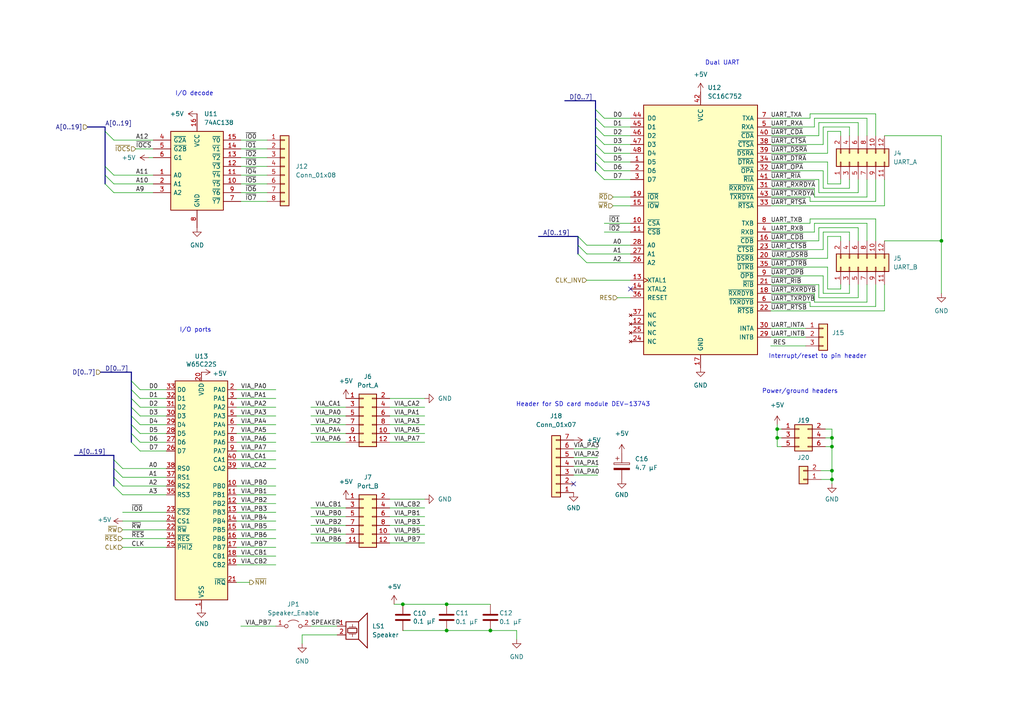
<source format=kicad_sch>
(kicad_sch (version 20211123) (generator eeschema)
  (paper "A4")
  (lib_symbols
    (symbol "Connector_Generic:Conn_01x02" (pin_names (offset 1.016) hide)
      (property "Reference" "J" (at 0 2.54 0))
      (property "Value" "Conn_01x02" (at 0 -5.08 0))
      (symbol "Conn_01x02_1_1"
        (rectangle (start -1.27 -2.413) (end 0 -2.667) (stroke (width 0.1524)))
        (rectangle (start -1.27 0.127) (end 0 -0.127) (stroke (width 0.1524)))
        (rectangle (start -1.27 1.27) (end 1.27 -3.81) (stroke (width 0.254)) (fill (type background)))
        (pin passive line (at -5.08 0 0) (length 3.81) (name "Pin_1") (number "1"))
        (pin passive line (at -5.08 -2.54 0) (length 3.81) (name "Pin_2") (number "2"))
      )
    )
    (symbol "Connector_Generic:Conn_01x03" (pin_names (offset 1.016) hide)
      (property "Reference" "J" (at 0 5.08 0))
      (property "Value" "Conn_01x03" (at 0 -5.08 0))
      (symbol "Conn_01x03_1_1"
        (rectangle (start -1.27 -2.413) (end 0 -2.667) (stroke (width 0.1524)))
        (rectangle (start -1.27 0.127) (end 0 -0.127) (stroke (width 0.1524)))
        (rectangle (start -1.27 2.667) (end 0 2.413) (stroke (width 0.1524)))
        (rectangle (start -1.27 3.81) (end 1.27 -3.81) (stroke (width 0.254)) (fill (type background)))
        (pin passive line (at -5.08 2.54 0) (length 3.81) (name "Pin_1") (number "1"))
        (pin passive line (at -5.08 0 0) (length 3.81) (name "Pin_2") (number "2"))
        (pin passive line (at -5.08 -2.54 0) (length 3.81) (name "Pin_3") (number "3"))
      )
    )
    (symbol "Connector_Generic:Conn_01x07" (pin_names (offset 1.016) hide)
      (property "Reference" "J" (at 0 10.16 0))
      (property "Value" "Conn_01x07" (at 0 -10.16 0))
      (symbol "Conn_01x07_1_1"
        (rectangle (start -1.27 -7.493) (end 0 -7.747) (stroke (width 0.1524)))
        (rectangle (start -1.27 -4.953) (end 0 -5.207) (stroke (width 0.1524)))
        (rectangle (start -1.27 -2.413) (end 0 -2.667) (stroke (width 0.1524)))
        (rectangle (start -1.27 0.127) (end 0 -0.127) (stroke (width 0.1524)))
        (rectangle (start -1.27 2.667) (end 0 2.413) (stroke (width 0.1524)))
        (rectangle (start -1.27 5.207) (end 0 4.953) (stroke (width 0.1524)))
        (rectangle (start -1.27 7.747) (end 0 7.493) (stroke (width 0.1524)))
        (rectangle (start -1.27 8.89) (end 1.27 -8.89) (stroke (width 0.254)) (fill (type background)))
        (pin passive line (at -5.08 7.62 0) (length 3.81) (name "Pin_1") (number "1"))
        (pin passive line (at -5.08 5.08 0) (length 3.81) (name "Pin_2") (number "2"))
        (pin passive line (at -5.08 2.54 0) (length 3.81) (name "Pin_3") (number "3"))
        (pin passive line (at -5.08 0 0) (length 3.81) (name "Pin_4") (number "4"))
        (pin passive line (at -5.08 -2.54 0) (length 3.81) (name "Pin_5") (number "5"))
        (pin passive line (at -5.08 -5.08 0) (length 3.81) (name "Pin_6") (number "6"))
        (pin passive line (at -5.08 -7.62 0) (length 3.81) (name "Pin_7") (number "7"))
      )
    )
    (symbol "Connector_Generic:Conn_01x08" (pin_names (offset 1.016) hide)
      (property "Reference" "J" (at 0 10.16 0))
      (property "Value" "Conn_01x08" (at 0 -12.7 0))
      (symbol "Conn_01x08_1_1"
        (rectangle (start -1.27 -10.033) (end 0 -10.287) (stroke (width 0.1524)))
        (rectangle (start -1.27 -7.493) (end 0 -7.747) (stroke (width 0.1524)))
        (rectangle (start -1.27 -4.953) (end 0 -5.207) (stroke (width 0.1524)))
        (rectangle (start -1.27 -2.413) (end 0 -2.667) (stroke (width 0.1524)))
        (rectangle (start -1.27 0.127) (end 0 -0.127) (stroke (width 0.1524)))
        (rectangle (start -1.27 2.667) (end 0 2.413) (stroke (width 0.1524)))
        (rectangle (start -1.27 5.207) (end 0 4.953) (stroke (width 0.1524)))
        (rectangle (start -1.27 7.747) (end 0 7.493) (stroke (width 0.1524)))
        (rectangle (start -1.27 8.89) (end 1.27 -11.43) (stroke (width 0.254)) (fill (type background)))
        (pin passive line (at -5.08 7.62 0) (length 3.81) (name "Pin_1") (number "1"))
        (pin passive line (at -5.08 5.08 0) (length 3.81) (name "Pin_2") (number "2"))
        (pin passive line (at -5.08 2.54 0) (length 3.81) (name "Pin_3") (number "3"))
        (pin passive line (at -5.08 0 0) (length 3.81) (name "Pin_4") (number "4"))
        (pin passive line (at -5.08 -2.54 0) (length 3.81) (name "Pin_5") (number "5"))
        (pin passive line (at -5.08 -5.08 0) (length 3.81) (name "Pin_6") (number "6"))
        (pin passive line (at -5.08 -7.62 0) (length 3.81) (name "Pin_7") (number "7"))
        (pin passive line (at -5.08 -10.16 0) (length 3.81) (name "Pin_8") (number "8"))
      )
    )
    (symbol "Connector_Generic:Conn_02x03_Odd_Even" (pin_names (offset 1.016) hide)
      (property "Reference" "J" (at 1.27 5.08 0))
      (property "Value" "Conn_02x03_Odd_Even" (at 1.27 -5.08 0))
      (symbol "Conn_02x03_Odd_Even_1_1"
        (rectangle (start -1.27 -2.413) (end 0 -2.667) (stroke (width 0.1524)))
        (rectangle (start -1.27 0.127) (end 0 -0.127) (stroke (width 0.1524)))
        (rectangle (start -1.27 2.667) (end 0 2.413) (stroke (width 0.1524)))
        (rectangle (start -1.27 3.81) (end 3.81 -3.81) (stroke (width 0.254)) (fill (type background)))
        (rectangle (start 3.81 -2.413) (end 2.54 -2.667) (stroke (width 0.1524)))
        (rectangle (start 3.81 0.127) (end 2.54 -0.127) (stroke (width 0.1524)))
        (rectangle (start 3.81 2.667) (end 2.54 2.413) (stroke (width 0.1524)))
        (pin passive line (at -5.08 2.54 0) (length 3.81) (name "Pin_1") (number "1"))
        (pin passive line (at 7.62 2.54 180) (length 3.81) (name "Pin_2") (number "2"))
        (pin passive line (at -5.08 0 0) (length 3.81) (name "Pin_3") (number "3"))
        (pin passive line (at 7.62 0 180) (length 3.81) (name "Pin_4") (number "4"))
        (pin passive line (at -5.08 -2.54 0) (length 3.81) (name "Pin_5") (number "5"))
        (pin passive line (at 7.62 -2.54 180) (length 3.81) (name "Pin_6") (number "6"))
      )
    )
    (symbol "Connector_Generic:Conn_02x06_Odd_Even" (pin_names (offset 1.016) hide)
      (property "Reference" "J" (at 1.27 7.62 0))
      (property "Value" "Conn_02x06_Odd_Even" (at 1.27 -10.16 0))
      (symbol "Conn_02x06_Odd_Even_1_1"
        (rectangle (start -1.27 -7.493) (end 0 -7.747) (stroke (width 0.1524)))
        (rectangle (start -1.27 -4.953) (end 0 -5.207) (stroke (width 0.1524)))
        (rectangle (start -1.27 -2.413) (end 0 -2.667) (stroke (width 0.1524)))
        (rectangle (start -1.27 0.127) (end 0 -0.127) (stroke (width 0.1524)))
        (rectangle (start -1.27 2.667) (end 0 2.413) (stroke (width 0.1524)))
        (rectangle (start -1.27 5.207) (end 0 4.953) (stroke (width 0.1524)))
        (rectangle (start -1.27 6.35) (end 3.81 -8.89) (stroke (width 0.254)) (fill (type background)))
        (rectangle (start 3.81 -7.493) (end 2.54 -7.747) (stroke (width 0.1524)))
        (rectangle (start 3.81 -4.953) (end 2.54 -5.207) (stroke (width 0.1524)))
        (rectangle (start 3.81 -2.413) (end 2.54 -2.667) (stroke (width 0.1524)))
        (rectangle (start 3.81 0.127) (end 2.54 -0.127) (stroke (width 0.1524)))
        (rectangle (start 3.81 2.667) (end 2.54 2.413) (stroke (width 0.1524)))
        (rectangle (start 3.81 5.207) (end 2.54 4.953) (stroke (width 0.1524)))
        (pin passive line (at -5.08 5.08 0) (length 3.81) (name "Pin_1") (number "1"))
        (pin passive line (at 7.62 -5.08 180) (length 3.81) (name "Pin_10") (number "10"))
        (pin passive line (at -5.08 -7.62 0) (length 3.81) (name "Pin_11") (number "11"))
        (pin passive line (at 7.62 -7.62 180) (length 3.81) (name "Pin_12") (number "12"))
        (pin passive line (at 7.62 5.08 180) (length 3.81) (name "Pin_2") (number "2"))
        (pin passive line (at -5.08 2.54 0) (length 3.81) (name "Pin_3") (number "3"))
        (pin passive line (at 7.62 2.54 180) (length 3.81) (name "Pin_4") (number "4"))
        (pin passive line (at -5.08 0 0) (length 3.81) (name "Pin_5") (number "5"))
        (pin passive line (at 7.62 0 180) (length 3.81) (name "Pin_6") (number "6"))
        (pin passive line (at -5.08 -2.54 0) (length 3.81) (name "Pin_7") (number "7"))
        (pin passive line (at 7.62 -2.54 180) (length 3.81) (name "Pin_8") (number "8"))
        (pin passive line (at -5.08 -5.08 0) (length 3.81) (name "Pin_9") (number "9"))
      )
    )
    (symbol "Device:C" (pin_numbers hide) (pin_names (offset 0.254))
      (property "Reference" "C" (at 0.635 2.54 0))
      (property "Value" "C" (at 0.635 -2.54 0))
      (symbol "C_0_1"
        (polyline (pts (xy -2.032 -0.762) (xy 2.032 -0.762)) (stroke (width 0.508)))
        (polyline (pts (xy -2.032 0.762) (xy 2.032 0.762)) (stroke (width 0.508)))
      )
      (symbol "C_1_1"
        (pin passive line (at 0 3.81 270) (length 2.794) (name "~") (number "1"))
        (pin passive line (at 0 -3.81 90) (length 2.794) (name "~") (number "2"))
      )
    )
    (symbol "Device:C_Polarized" (pin_numbers hide) (pin_names (offset 0.254))
      (property "Reference" "C" (at 0.635 2.54 0))
      (property "Value" "C_Polarized" (at 0.635 -2.54 0))
      (symbol "C_Polarized_0_1"
        (rectangle (start -2.286 0.508) (end 2.286 1.016))
        (polyline (pts (xy -1.778 2.286) (xy -0.762 2.286)))
        (polyline (pts (xy -1.27 2.794) (xy -1.27 1.778)))
        (rectangle (start 2.286 -0.508) (end -2.286 -1.016) (fill (type outline)))
      )
      (symbol "C_Polarized_1_1"
        (pin passive line (at 0 3.81 270) (length 2.794) (name "~") (number "1"))
        (pin passive line (at 0 -3.81 90) (length 2.794) (name "~") (number "2"))
      )
    )
    (symbol "Device:Speaker_Crystal" (pin_names (offset 0) hide)
      (property "Reference" "LS" (at 0.635 5.715 0))
      (property "Value" "Speaker_Crystal" (at 0.635 3.81 0))
      (symbol "Speaker_Crystal_0_0"
        (rectangle (start -2.54 1.27) (end 1.143 -3.81) (stroke (width 0.254)))
        (rectangle (start -2.032 -0.635) (end 0.635 -1.905) (stroke (width 0.254)))
        (polyline (pts (xy -1.651 -2.286) (xy 0.381 -2.286)))
        (polyline (pts (xy -1.651 -0.254) (xy 0.381 -0.254)))
        (polyline (pts (xy -0.635 -2.286) (xy -0.635 -3.048)))
        (polyline (pts (xy -0.635 -0.254) (xy -0.635 0.508)))
        (polyline (pts (xy 1.143 1.27) (xy 3.683 3.81) (xy 3.683 -6.35) (xy 1.143 -3.81)) (stroke (width 0.254)))
      )
      (symbol "Speaker_Crystal_1_1"
        (pin input line (at -5.08 0 0) (length 2.54) (name "1") (number "1"))
        (pin input line (at -5.08 -2.54 0) (length 2.54) (name "2") (number "2"))
      )
    )
    (symbol "Jumper:Jumper_2_Open" (pin_names (offset 0) hide)
      (property "Reference" "JP" (at 0 2.794 0))
      (property "Value" "Jumper_2_Open" (at 0 -2.286 0))
      (symbol "Jumper_2_Open_0_0"
        (circle (center -2.032 0) (radius 0.508))
        (circle (center 2.032 0) (radius 0.508))
      )
      (symbol "Jumper_2_Open_0_1"
        (arc (start 1.524 1.27) (mid 0 1.778) (end -1.524 1.27))
      )
      (symbol "Jumper_2_Open_1_1"
        (pin passive line (at -5.08 0 0) (length 2.54) (name "A") (number "1"))
        (pin passive line (at 5.08 0 180) (length 2.54) (name "B") (number "2"))
      )
    )
    (symbol "power:+5V" (power) (pin_names (offset 0))
      (property "Value" "+5V" (at 0 3.556 0))
      (symbol "+5V_0_1"
        (polyline (pts (xy -0.762 1.27) (xy 0 2.54)))
        (polyline (pts (xy 0 0) (xy 0 2.54)))
        (polyline (pts (xy 0 2.54) (xy 0.762 1.27)))
      )
      (symbol "+5V_1_1"
        (pin power_in line (at 0 0 90) (length 0) hide (name "+5V") (number "1"))
      )
    )
    (symbol "power:GND" (power) (pin_names (offset 0))
      (property "Value" "GND" (at 0 -3.81 0))
      (symbol "GND_0_1"
        (polyline (pts (xy 0 0) (xy 0 -1.27) (xy 1.27 -1.27) (xy 0 -2.54) (xy -1.27 -1.27) (xy 0 -1.27)))
      )
      (symbol "GND_1_1"
        (pin power_in line (at 0 0 270) (length 0) hide (name "GND") (number "1"))
      )
    )
    (symbol "project:74AC138" (pin_names (offset 0.762))
      (property "Reference" "U" (at -7.62 11.43 0))
      (property "Value" "74AC138" (at -6.35 -13.97 0))
      (symbol "74AC138_0_0"
        (pin power_in line (at 0 15.24 270) (length 5.08) (name "VCC") (number "16"))
        (pin power_in line (at 0 -17.78 90) (length 5.08) (name "GND") (number "8"))
      )
      (symbol "74AC138_1_1"
        (rectangle (start -7.62 10.16) (end 7.62 -12.7) (stroke (width 0.254)) (fill (type background)))
        (pin input line (at -12.7 -2.54 0) (length 5.08) (name "A0") (number "1"))
        (pin output line (at 12.7 -5.08 180) (length 5.08) (name "~{Y5}") (number "10"))
        (pin output line (at 12.7 -2.54 180) (length 5.08) (name "~{Y4}") (number "11"))
        (pin output line (at 12.7 0 180) (length 5.08) (name "~{Y3}") (number "12"))
        (pin output line (at 12.7 2.54 180) (length 5.08) (name "~{Y2}") (number "13"))
        (pin output line (at 12.7 5.08 180) (length 5.08) (name "~{Y1}") (number "14"))
        (pin output line (at 12.7 7.62 180) (length 5.08) (name "~{Y0}") (number "15"))
        (pin input line (at -12.7 -5.08 0) (length 5.08) (name "A1") (number "2"))
        (pin input line (at -12.7 -7.62 0) (length 5.08) (name "A2") (number "3"))
        (pin input line (at -12.7 7.62 0) (length 5.08) (name "~{G2A}") (number "4"))
        (pin input line (at -12.7 5.08 0) (length 5.08) (name "~{G2B}") (number "5"))
        (pin input line (at -12.7 2.54 0) (length 5.08) (name "G1") (number "6"))
        (pin output line (at 12.7 -10.16 180) (length 5.08) (name "~{Y7}") (number "7"))
        (pin output line (at 12.7 -7.62 180) (length 5.08) (name "~{Y6}") (number "9"))
      )
    )
    (symbol "project:SC16C752" (pin_names (offset 1.016))
      (property "Reference" "U" (at -16.51 35.56 0))
      (property "Value" "SC16C752" (at 10.16 35.56 0))
      (symbol "SC16C752_0_0"
        (pin input line (at -20.32 -2.54 0) (length 3.81) (name "~{CSB}") (number "11"))
        (pin input clock (at -20.32 -16.51 0) (length 3.81) (name "XTAL1") (number "13"))
        (pin output line (at -20.32 -19.05 0) (length 3.81) (name "XTAL2") (number "14"))
        (pin no_connect line (at -20.32 -34.29 0) (length 3.81) (name "NC") (number "24"))
        (pin no_connect line (at -20.32 -31.75 0) (length 3.81) (name "NC") (number "25"))
        (pin input line (at -20.32 -11.43 0) (length 3.81) (name "A2") (number "26"))
        (pin output line (at 20.32 10.16 180) (length 3.81) (name "~{RXRDYA}") (number "31"))
        (pin output line (at 20.32 7.62 180) (length 3.81) (name "~{TXRDYA}") (number "43"))
      )
      (symbol "SC16C752_0_1"
        (rectangle (start -16.51 34.29) (end 16.51 -38.1) (stroke (width 0.254)) (fill (type background)))
      )
      (symbol "SC16C752_1_1"
        (pin bidirectional line (at -20.32 17.78 0) (length 3.81) (name "D5") (number "1"))
        (pin input line (at -20.32 0 0) (length 3.81) (name "~{CSA}") (number "10"))
        (pin no_connect line (at -20.32 -29.21 0) (length 3.81) (name "NC") (number "12"))
        (pin input line (at -20.32 5.08 0) (length 3.81) (name "~{IOW}") (number "15"))
        (pin input line (at 20.32 -5.08 180) (length 3.81) (name "~{CDB}") (number "16"))
        (pin power_in line (at 0 -41.91 90) (length 3.81) (name "GND") (number "17"))
        (pin output line (at 20.32 -20.32 180) (length 3.81) (name "~{RXRDYB}") (number "18"))
        (pin input line (at -20.32 7.62 0) (length 3.81) (name "~{IOR}") (number "19"))
        (pin bidirectional line (at -20.32 15.24 0) (length 3.81) (name "D6") (number "2"))
        (pin input line (at 20.32 -10.16 180) (length 3.81) (name "~{DSRB}") (number "20"))
        (pin input line (at 20.32 -17.78 180) (length 3.81) (name "~{RIB}") (number "21"))
        (pin output line (at 20.32 -25.4 180) (length 3.81) (name "~{RTSB}") (number "22"))
        (pin input line (at 20.32 -7.62 180) (length 3.81) (name "~{CTSB}") (number "23"))
        (pin input line (at -20.32 -8.89 0) (length 3.81) (name "A1") (number "27"))
        (pin input line (at -20.32 -6.35 0) (length 3.81) (name "A0") (number "28"))
        (pin output line (at 20.32 -33.02 180) (length 3.81) (name "INTB") (number "29"))
        (pin bidirectional line (at -20.32 12.7 0) (length 3.81) (name "D7") (number "3"))
        (pin output line (at 20.32 -30.48 180) (length 3.81) (name "INTA") (number "30"))
        (pin output line (at 20.32 15.24 180) (length 3.81) (name "~{OPA}") (number "32"))
        (pin output line (at 20.32 5.08 180) (length 3.81) (name "~{RTSA}") (number "33"))
        (pin output line (at 20.32 17.78 180) (length 3.81) (name "~{DTRA}") (number "34"))
        (pin output line (at 20.32 -12.7 180) (length 3.81) (name "~{DTRB}") (number "35"))
        (pin input line (at -20.32 -21.59 0) (length 3.81) (name "RESET") (number "36"))
        (pin no_connect line (at -20.32 -26.67 0) (length 3.81) (name "NC") (number "37"))
        (pin input line (at 20.32 22.86 180) (length 3.81) (name "~{CTSA}") (number "38"))
        (pin input line (at 20.32 20.32 180) (length 3.81) (name "~{DSRA}") (number "39"))
        (pin input line (at 20.32 -2.54 180) (length 3.81) (name "RXB") (number "4"))
        (pin input line (at 20.32 25.4 180) (length 3.81) (name "~{CDA}") (number "40"))
        (pin input line (at 20.32 12.7 180) (length 3.81) (name "~{RIA}") (number "41"))
        (pin power_in line (at 0 38.1 270) (length 3.81) (name "VCC") (number "42"))
        (pin bidirectional line (at -20.32 30.48 0) (length 3.81) (name "D0") (number "44"))
        (pin bidirectional line (at -20.32 27.94 0) (length 3.81) (name "D1") (number "45"))
        (pin bidirectional line (at -20.32 25.4 0) (length 3.81) (name "D2") (number "46"))
        (pin bidirectional line (at -20.32 22.86 0) (length 3.81) (name "D3") (number "47"))
        (pin bidirectional line (at -20.32 20.32 0) (length 3.81) (name "D4") (number "48"))
        (pin input line (at 20.32 27.94 180) (length 3.81) (name "RXA") (number "5"))
        (pin output line (at 20.32 -22.86 180) (length 3.81) (name "~{TXRDYB}") (number "6"))
        (pin output line (at 20.32 30.48 180) (length 3.81) (name "TXA") (number "7"))
        (pin output line (at 20.32 0 180) (length 3.81) (name "TXB") (number "8"))
        (pin output line (at 20.32 -15.24 180) (length 3.81) (name "~{OPB}") (number "9"))
      )
    )
    (symbol "project:W65C22S"
      (property "Reference" "U" (at -7.62 31.75 0))
      (property "Value" "W65C22S" (at 5.08 -34.29 0))
      (symbol "W65C22S_0_0"
        (pin output line (at 10.16 27.94 180) (length 2.54) (name "PA0") (number "2"))
        (pin output line (at 10.16 -27.94 180) (length 2.54) (name "~{IRQ}") (number "21"))
        (pin input line (at -10.16 -17.78 0) (length 2.54) (name "~{PHI2}") (number "25"))
        (pin output line (at 10.16 25.4 180) (length 2.54) (name "PA1") (number "3"))
        (pin input line (at -10.16 -15.24 0) (length 2.54) (name "~{RES}") (number "34"))
        (pin input line (at -10.16 2.54 0) (length 2.54) (name "RS1") (number "37"))
        (pin input line (at -10.16 5.08 0) (length 2.54) (name "RS0") (number "38"))
        (pin output line (at 10.16 5.08 180) (length 2.54) (name "CA2") (number "39"))
        (pin output line (at 10.16 22.86 180) (length 2.54) (name "PA2") (number "4"))
        (pin output line (at 10.16 7.62 180) (length 2.54) (name "CA1") (number "40"))
        (pin output line (at 10.16 20.32 180) (length 2.54) (name "PA3") (number "5"))
        (pin output line (at 10.16 17.78 180) (length 2.54) (name "PA4") (number "6"))
        (pin output line (at 10.16 15.24 180) (length 2.54) (name "PA5") (number "7"))
      )
      (symbol "W65C22S_0_1"
        (rectangle (start -7.62 30.48) (end 7.62 -33.02) (stroke (width 0.254)) (fill (type background)))
      )
      (symbol "W65C22S_1_1"
        (pin power_in line (at 0 -35.56 90) (length 2.54) (name "VSS") (number "1"))
        (pin output line (at 10.16 0 180) (length 2.54) (name "PB0") (number "10"))
        (pin output line (at 10.16 -2.54 180) (length 2.54) (name "PB1") (number "11"))
        (pin output line (at 10.16 -5.08 180) (length 2.54) (name "PB2") (number "12"))
        (pin output line (at 10.16 -7.62 180) (length 2.54) (name "PB3") (number "13"))
        (pin output line (at 10.16 -10.16 180) (length 2.54) (name "PB4") (number "14"))
        (pin output line (at 10.16 -12.7 180) (length 2.54) (name "PB5") (number "15"))
        (pin output line (at 10.16 -15.24 180) (length 2.54) (name "PB6") (number "16"))
        (pin output line (at 10.16 -17.78 180) (length 2.54) (name "PB7") (number "17"))
        (pin output line (at 10.16 -20.32 180) (length 2.54) (name "CB1") (number "18"))
        (pin output line (at 10.16 -22.86 180) (length 2.54) (name "CB2") (number "19"))
        (pin power_in line (at 0 33.02 270) (length 2.54) (name "VDD") (number "20"))
        (pin input line (at -10.16 -12.7 0) (length 2.54) (name "~{RW}") (number "22"))
        (pin input line (at -10.16 -7.62 0) (length 2.54) (name "~{CS2}") (number "23"))
        (pin input line (at -10.16 -10.16 0) (length 2.54) (name "CS1") (number "24"))
        (pin tri_state line (at -10.16 10.16 0) (length 2.54) (name "D7") (number "26"))
        (pin tri_state line (at -10.16 12.7 0) (length 2.54) (name "D6") (number "27"))
        (pin tri_state line (at -10.16 15.24 0) (length 2.54) (name "D5") (number "28"))
        (pin tri_state line (at -10.16 17.78 0) (length 2.54) (name "D4") (number "29"))
        (pin tri_state line (at -10.16 20.32 0) (length 2.54) (name "D3") (number "30"))
        (pin tri_state line (at -10.16 22.86 0) (length 2.54) (name "D2") (number "31"))
        (pin tri_state line (at -10.16 25.4 0) (length 2.54) (name "D1") (number "32"))
        (pin tri_state line (at -10.16 27.94 0) (length 2.54) (name "D0") (number "33"))
        (pin input line (at -10.16 -2.54 0) (length 2.54) (name "RS3") (number "35"))
        (pin input line (at -10.16 0 0) (length 2.54) (name "RS2") (number "36"))
        (pin output line (at 10.16 12.7 180) (length 2.54) (name "PA6") (number "8"))
        (pin output line (at 10.16 10.16 180) (length 2.54) (name "PA7") (number "9"))
      )
    )
  )
  (junction (at 129.54 182.88))
  (junction (at 241.3 129.54))
  (junction (at 241.3 127))
  (junction (at 273.05 69.85))
  (junction (at 241.3 136.525))
  (junction (at 225.425 127))
  (junction (at 241.3 139.065))
  (junction (at 129.54 175.26))
  (junction (at 225.425 124.46))
  (junction (at 116.84 175.26))
  (junction (at 142.24 182.88))
  (no_connect (at 182.88 83.82))
  (no_connect (at 166.37 140.335))
  (bus_entry (at 38.1 118.11) (size 2.54 2.54))
  (bus_entry (at 38.1 120.65) (size 2.54 2.54))
  (bus_entry (at 38.1 128.27) (size 2.54 2.54))
  (bus_entry (at 38.1 110.49) (size 2.54 2.54))
  (bus_entry (at 167.64 71.12) (size 2.54 2.54))
  (bus_entry (at 30.48 38.1) (size 2.54 2.54))
  (bus_entry (at 33.02 135.89) (size 2.54 2.54))
  (bus_entry (at 172.72 41.91) (size 2.54 2.54))
  (bus_entry (at 172.72 39.37) (size 2.54 2.54))
  (bus_entry (at 172.72 49.53) (size 2.54 2.54))
  (bus_entry (at 30.48 53.34) (size 2.54 2.54))
  (bus_entry (at 172.72 44.45) (size 2.54 2.54))
  (bus_entry (at 38.1 113.03) (size 2.54 2.54))
  (bus_entry (at 167.64 73.66) (size 2.54 2.54))
  (bus_entry (at 33.02 133.35) (size 2.54 2.54))
  (bus_entry (at 172.72 46.99) (size 2.54 2.54))
  (bus_entry (at 30.48 48.26) (size 2.54 2.54))
  (bus_entry (at 172.72 31.75) (size 2.54 2.54))
  (bus_entry (at 167.64 68.58) (size 2.54 2.54))
  (bus_entry (at 30.48 50.8) (size 2.54 2.54))
  (bus_entry (at 38.1 115.57) (size 2.54 2.54))
  (bus_entry (at 33.02 138.43) (size 2.54 2.54))
  (bus_entry (at 172.72 34.29) (size 2.54 2.54))
  (bus_entry (at 33.02 140.97) (size 2.54 2.54))
  (bus_entry (at 172.72 36.83) (size 2.54 2.54))
  (bus_entry (at 38.1 125.73) (size 2.54 2.54))
  (bus_entry (at 38.1 123.19) (size 2.54 2.54))
  (wire (pts (xy 223.52 49.53) (xy 238.76 49.53)))
  (wire (pts (xy 69.85 50.8) (xy 77.47 50.8)))
  (wire (pts (xy 182.88 39.37) (xy 175.26 39.37)))
  (wire (pts (xy 182.88 71.12) (xy 170.18 71.12)))
  (wire (pts (xy 68.58 125.73) (xy 80.01 125.73)))
  (wire (pts (xy 166.37 137.795) (xy 173.355 137.795)))
  (wire (pts (xy 251.46 57.15) (xy 236.22 57.15)))
  (bus (pts (xy 167.64 68.58) (xy 167.64 71.12)))
  (wire (pts (xy 237.49 39.37) (xy 237.49 35.56)))
  (wire (pts (xy 113.03 144.78) (xy 123.19 144.78)))
  (wire (pts (xy 90.17 181.61) (xy 97.79 181.61)))
  (wire (pts (xy 35.56 148.59) (xy 48.26 148.59)))
  (wire (pts (xy 68.58 151.13) (xy 80.01 151.13)))
  (wire (pts (xy 116.84 182.88) (xy 129.54 182.88)))
  (wire (pts (xy 234.95 87.63) (xy 234.95 88.9)))
  (wire (pts (xy 33.02 40.64) (xy 44.45 40.64)))
  (wire (pts (xy 48.26 123.19) (xy 40.64 123.19)))
  (wire (pts (xy 225.425 124.46) (xy 225.425 127)))
  (wire (pts (xy 90.17 147.32) (xy 100.33 147.32)))
  (wire (pts (xy 236.22 34.29) (xy 251.46 34.29)))
  (bus (pts (xy 33.02 132.08) (xy 21.59 132.08)))
  (wire (pts (xy 68.58 163.83) (xy 80.01 163.83)))
  (wire (pts (xy 69.85 58.42) (xy 77.47 58.42)))
  (wire (pts (xy 113.03 118.11) (xy 123.19 118.11)))
  (wire (pts (xy 182.88 44.45) (xy 175.26 44.45)))
  (wire (pts (xy 48.26 143.51) (xy 35.56 143.51)))
  (wire (pts (xy 223.52 97.79) (xy 233.68 97.79)))
  (wire (pts (xy 43.18 45.72) (xy 44.45 45.72)))
  (wire (pts (xy 234.95 57.15) (xy 234.95 58.42)))
  (wire (pts (xy 241.3 127) (xy 241.3 129.54)))
  (bus (pts (xy 30.48 36.83) (xy 30.48 38.1)))
  (wire (pts (xy 68.58 146.05) (xy 80.01 146.05)))
  (wire (pts (xy 48.26 113.03) (xy 40.64 113.03)))
  (wire (pts (xy 237.49 69.85) (xy 237.49 66.04)))
  (wire (pts (xy 223.52 74.93) (xy 240.03 74.93)))
  (wire (pts (xy 239.395 124.46) (xy 241.3 124.46)))
  (bus (pts (xy 33.02 133.35) (xy 33.02 135.89)))
  (wire (pts (xy 90.17 128.27) (xy 100.33 128.27)))
  (bus (pts (xy 172.72 31.75) (xy 172.72 34.29)))
  (wire (pts (xy 33.02 53.34) (xy 44.45 53.34)))
  (wire (pts (xy 254 58.42) (xy 254 52.07)))
  (wire (pts (xy 223.52 44.45) (xy 240.03 44.45)))
  (wire (pts (xy 223.52 77.47) (xy 240.03 77.47)))
  (wire (pts (xy 68.58 118.11) (xy 80.01 118.11)))
  (wire (pts (xy 223.52 95.25) (xy 233.68 95.25)))
  (wire (pts (xy 68.58 130.81) (xy 80.01 130.81)))
  (wire (pts (xy 223.52 39.37) (xy 237.49 39.37)))
  (bus (pts (xy 167.64 68.58) (xy 156.21 68.58)))
  (wire (pts (xy 175.26 64.77) (xy 182.88 64.77)))
  (wire (pts (xy 243.84 38.1) (xy 243.84 39.37)))
  (bus (pts (xy 38.1 110.49) (xy 38.1 113.03)))
  (bus (pts (xy 30.48 48.26) (xy 30.48 50.8)))
  (wire (pts (xy 241.3 139.065) (xy 241.3 140.335)))
  (wire (pts (xy 238.76 41.91) (xy 238.76 36.83)))
  (wire (pts (xy 113.03 154.94) (xy 123.19 154.94)))
  (bus (pts (xy 38.1 115.57) (xy 38.1 118.11)))
  (wire (pts (xy 166.37 135.255) (xy 173.355 135.255)))
  (wire (pts (xy 241.3 136.525) (xy 241.3 139.065)))
  (wire (pts (xy 239.395 127) (xy 241.3 127)))
  (wire (pts (xy 223.52 82.55) (xy 237.49 82.55)))
  (bus (pts (xy 172.72 39.37) (xy 172.72 41.91)))
  (wire (pts (xy 273.05 39.37) (xy 273.05 69.85)))
  (wire (pts (xy 113.03 123.19) (xy 123.19 123.19)))
  (wire (pts (xy 223.52 36.83) (xy 236.22 36.83)))
  (wire (pts (xy 246.38 54.61) (xy 246.38 52.07)))
  (wire (pts (xy 175.26 67.31) (xy 182.88 67.31)))
  (wire (pts (xy 248.92 35.56) (xy 248.92 39.37)))
  (wire (pts (xy 225.425 127) (xy 226.695 127)))
  (wire (pts (xy 182.88 34.29) (xy 175.26 34.29)))
  (wire (pts (xy 248.92 55.88) (xy 248.92 52.07)))
  (wire (pts (xy 182.88 49.53) (xy 175.26 49.53)))
  (wire (pts (xy 68.58 161.29) (xy 80.01 161.29)))
  (wire (pts (xy 69.85 53.34) (xy 77.47 53.34)))
  (wire (pts (xy 238.125 139.065) (xy 241.3 139.065)))
  (wire (pts (xy 236.22 87.63) (xy 251.46 87.63)))
  (wire (pts (xy 68.58 140.97) (xy 80.01 140.97)))
  (wire (pts (xy 256.54 39.37) (xy 273.05 39.37)))
  (wire (pts (xy 68.58 143.51) (xy 80.01 143.51)))
  (wire (pts (xy 48.26 151.13) (xy 35.56 151.13)))
  (bus (pts (xy 38.1 125.73) (xy 38.1 128.27)))
  (wire (pts (xy 223.52 72.39) (xy 238.76 72.39)))
  (wire (pts (xy 35.56 153.67) (xy 48.26 153.67)))
  (wire (pts (xy 238.125 136.525) (xy 241.3 136.525)))
  (wire (pts (xy 68.58 115.57) (xy 80.01 115.57)))
  (wire (pts (xy 182.88 76.2) (xy 170.18 76.2)))
  (wire (pts (xy 33.02 50.8) (xy 44.45 50.8)))
  (bus (pts (xy 33.02 132.08) (xy 33.02 133.35)))
  (wire (pts (xy 113.03 115.57) (xy 123.19 115.57)))
  (wire (pts (xy 68.58 156.21) (xy 80.01 156.21)))
  (wire (pts (xy 69.85 48.26) (xy 77.47 48.26)))
  (wire (pts (xy 238.76 54.61) (xy 246.38 54.61)))
  (wire (pts (xy 246.38 85.09) (xy 246.38 82.55)))
  (wire (pts (xy 39.37 43.18) (xy 44.45 43.18)))
  (wire (pts (xy 114.3 175.26) (xy 116.84 175.26)))
  (wire (pts (xy 243.84 68.58) (xy 240.03 68.58)))
  (wire (pts (xy 238.76 85.09) (xy 246.38 85.09)))
  (wire (pts (xy 90.17 118.11) (xy 100.33 118.11)))
  (wire (pts (xy 166.37 130.175) (xy 173.355 130.175)))
  (wire (pts (xy 239.395 129.54) (xy 241.3 129.54)))
  (bus (pts (xy 38.1 113.03) (xy 38.1 115.57)))
  (wire (pts (xy 243.84 69.85) (xy 243.84 68.58)))
  (wire (pts (xy 182.88 41.91) (xy 175.26 41.91)))
  (wire (pts (xy 251.46 34.29) (xy 251.46 39.37)))
  (wire (pts (xy 236.22 85.09) (xy 236.22 87.63)))
  (wire (pts (xy 237.49 52.07) (xy 237.49 55.88)))
  (wire (pts (xy 68.58 158.75) (xy 80.01 158.75)))
  (wire (pts (xy 246.38 67.31) (xy 246.38 69.85)))
  (wire (pts (xy 236.22 64.77) (xy 251.46 64.77)))
  (wire (pts (xy 234.95 88.9) (xy 254 88.9)))
  (wire (pts (xy 177.8 59.69) (xy 182.88 59.69)))
  (wire (pts (xy 68.58 153.67) (xy 80.01 153.67)))
  (wire (pts (xy 273.05 69.85) (xy 273.05 85.09)))
  (wire (pts (xy 87.63 184.15) (xy 87.63 186.69)))
  (wire (pts (xy 223.52 64.77) (xy 234.95 64.77)))
  (wire (pts (xy 48.26 135.89) (xy 35.56 135.89)))
  (wire (pts (xy 240.03 38.1) (xy 243.84 38.1)))
  (wire (pts (xy 223.52 85.09) (xy 236.22 85.09)))
  (wire (pts (xy 113.03 128.27) (xy 123.19 128.27)))
  (wire (pts (xy 240.03 44.45) (xy 240.03 38.1)))
  (wire (pts (xy 68.58 148.59) (xy 80.01 148.59)))
  (wire (pts (xy 166.37 132.715) (xy 173.355 132.715)))
  (wire (pts (xy 237.49 66.04) (xy 248.92 66.04)))
  (wire (pts (xy 256.54 52.07) (xy 256.54 59.69)))
  (wire (pts (xy 90.17 152.4) (xy 100.33 152.4)))
  (bus (pts (xy 38.1 120.65) (xy 38.1 123.19)))
  (wire (pts (xy 243.84 52.07) (xy 243.84 53.34)))
  (wire (pts (xy 236.22 57.15) (xy 236.22 54.61)))
  (wire (pts (xy 248.92 86.36) (xy 248.92 82.55)))
  (bus (pts (xy 163.83 29.21) (xy 172.72 29.21)))
  (wire (pts (xy 182.88 46.99) (xy 175.26 46.99)))
  (wire (pts (xy 238.76 49.53) (xy 238.76 54.61)))
  (wire (pts (xy 223.52 59.69) (xy 256.54 59.69)))
  (wire (pts (xy 225.425 124.46) (xy 226.695 124.46)))
  (wire (pts (xy 68.58 128.27) (xy 80.01 128.27)))
  (wire (pts (xy 254 63.5) (xy 254 69.85)))
  (wire (pts (xy 241.3 129.54) (xy 241.3 136.525)))
  (wire (pts (xy 237.49 55.88) (xy 248.92 55.88)))
  (wire (pts (xy 238.76 36.83) (xy 246.38 36.83)))
  (wire (pts (xy 223.52 46.99) (xy 240.03 46.99)))
  (wire (pts (xy 90.17 125.73) (xy 100.33 125.73)))
  (wire (pts (xy 48.26 138.43) (xy 35.56 138.43)))
  (bus (pts (xy 33.02 138.43) (xy 33.02 140.97)))
  (wire (pts (xy 48.26 140.97) (xy 35.56 140.97)))
  (wire (pts (xy 129.54 182.88) (xy 142.24 182.88)))
  (wire (pts (xy 243.84 83.82) (xy 243.84 82.55)))
  (wire (pts (xy 238.76 67.31) (xy 246.38 67.31)))
  (wire (pts (xy 234.95 64.77) (xy 234.95 63.5)))
  (wire (pts (xy 241.3 124.46) (xy 241.3 127)))
  (wire (pts (xy 116.84 175.26) (xy 129.54 175.26)))
  (wire (pts (xy 90.17 149.86) (xy 100.33 149.86)))
  (wire (pts (xy 251.46 87.63) (xy 251.46 82.55)))
  (wire (pts (xy 223.52 41.91) (xy 238.76 41.91)))
  (wire (pts (xy 223.52 57.15) (xy 234.95 57.15)))
  (bus (pts (xy 33.02 135.89) (xy 33.02 138.43)))
  (wire (pts (xy 240.03 46.99) (xy 240.03 53.34)))
  (wire (pts (xy 48.26 115.57) (xy 40.64 115.57)))
  (wire (pts (xy 48.26 118.11) (xy 40.64 118.11)))
  (wire (pts (xy 177.8 57.15) (xy 182.88 57.15)))
  (wire (pts (xy 68.58 123.19) (xy 80.01 123.19)))
  (bus (pts (xy 38.1 107.95) (xy 38.1 110.49)))
  (wire (pts (xy 113.03 125.73) (xy 123.19 125.73)))
  (wire (pts (xy 68.58 113.03) (xy 80.01 113.03)))
  (wire (pts (xy 129.54 175.26) (xy 142.24 175.26)))
  (wire (pts (xy 223.52 90.17) (xy 256.54 90.17)))
  (wire (pts (xy 236.22 36.83) (xy 236.22 34.29)))
  (wire (pts (xy 69.85 181.61) (xy 80.01 181.61)))
  (wire (pts (xy 68.58 135.89) (xy 80.01 135.89)))
  (wire (pts (xy 69.85 43.18) (xy 77.47 43.18)))
  (bus (pts (xy 38.1 118.11) (xy 38.1 120.65)))
  (wire (pts (xy 69.85 45.72) (xy 77.47 45.72)))
  (wire (pts (xy 68.58 133.35) (xy 80.01 133.35)))
  (wire (pts (xy 254 88.9) (xy 254 82.55)))
  (bus (pts (xy 172.72 34.29) (xy 172.72 36.83)))
  (wire (pts (xy 35.56 156.21) (xy 48.26 156.21)))
  (wire (pts (xy 223.52 34.29) (xy 234.95 34.29)))
  (wire (pts (xy 234.95 63.5) (xy 254 63.5)))
  (wire (pts (xy 68.58 168.91) (xy 72.39 168.91)))
  (wire (pts (xy 142.24 182.88) (xy 149.86 182.88)))
  (wire (pts (xy 113.03 157.48) (xy 123.19 157.48)))
  (wire (pts (xy 223.52 87.63) (xy 234.95 87.63)))
  (wire (pts (xy 223.52 69.85) (xy 237.49 69.85)))
  (wire (pts (xy 90.17 154.94) (xy 100.33 154.94)))
  (wire (pts (xy 237.49 86.36) (xy 248.92 86.36)))
  (wire (pts (xy 225.425 129.54) (xy 226.695 129.54)))
  (wire (pts (xy 234.95 33.02) (xy 254 33.02)))
  (wire (pts (xy 48.26 130.81) (xy 40.64 130.81)))
  (wire (pts (xy 223.52 67.31) (xy 236.22 67.31)))
  (wire (pts (xy 256.54 90.17) (xy 256.54 82.55)))
  (bus (pts (xy 38.1 123.19) (xy 38.1 125.73)))
  (wire (pts (xy 237.49 35.56) (xy 248.92 35.56)))
  (wire (pts (xy 48.26 158.75) (xy 35.56 158.75)))
  (wire (pts (xy 223.52 80.01) (xy 238.76 80.01)))
  (bus (pts (xy 172.72 41.91) (xy 172.72 44.45)))
  (bus (pts (xy 172.72 46.99) (xy 172.72 49.53)))
  (bus (pts (xy 172.72 36.83) (xy 172.72 39.37)))
  (wire (pts (xy 113.03 152.4) (xy 123.19 152.4)))
  (wire (pts (xy 240.03 83.82) (xy 243.84 83.82)))
  (wire (pts (xy 234.95 58.42) (xy 254 58.42)))
  (bus (pts (xy 25.4 36.83) (xy 30.48 36.83)))
  (bus (pts (xy 29.21 107.95) (xy 38.1 107.95)))
  (wire (pts (xy 69.85 40.64) (xy 77.47 40.64)))
  (wire (pts (xy 254 33.02) (xy 254 39.37)))
  (wire (pts (xy 248.92 66.04) (xy 248.92 69.85)))
  (wire (pts (xy 182.88 81.28) (xy 170.18 81.28)))
  (wire (pts (xy 182.88 73.66) (xy 170.18 73.66)))
  (wire (pts (xy 48.26 120.65) (xy 40.64 120.65)))
  (wire (pts (xy 87.63 184.15) (xy 97.79 184.15)))
  (wire (pts (xy 246.38 36.83) (xy 246.38 39.37)))
  (wire (pts (xy 251.46 64.77) (xy 251.46 69.85)))
  (bus (pts (xy 172.72 44.45) (xy 172.72 46.99)))
  (bus (pts (xy 172.72 29.21) (xy 172.72 31.75)))
  (wire (pts (xy 113.03 147.32) (xy 123.19 147.32)))
  (wire (pts (xy 48.26 125.73) (xy 40.64 125.73)))
  (bus (pts (xy 167.64 71.12) (xy 167.64 73.66)))
  (wire (pts (xy 240.03 68.58) (xy 240.03 74.93)))
  (wire (pts (xy 90.17 123.19) (xy 100.33 123.19)))
  (wire (pts (xy 179.07 86.36) (xy 182.88 86.36)))
  (wire (pts (xy 182.88 52.07) (xy 175.26 52.07)))
  (wire (pts (xy 113.03 149.86) (xy 123.19 149.86)))
  (wire (pts (xy 182.88 36.83) (xy 175.26 36.83)))
  (wire (pts (xy 236.22 67.31) (xy 236.22 64.77)))
  (wire (pts (xy 149.86 182.88) (xy 149.86 185.42)))
  (wire (pts (xy 225.425 127) (xy 225.425 129.54)))
  (wire (pts (xy 223.52 54.61) (xy 236.22 54.61)))
  (wire (pts (xy 240.03 53.34) (xy 243.84 53.34)))
  (wire (pts (xy 223.52 52.07) (xy 237.49 52.07)))
  (wire (pts (xy 90.17 157.48) (xy 100.33 157.48)))
  (bus (pts (xy 30.48 38.1) (xy 30.48 48.26)))
  (wire (pts (xy 234.95 34.29) (xy 234.95 33.02)))
  (wire (pts (xy 48.26 128.27) (xy 40.64 128.27)))
  (wire (pts (xy 69.85 55.88) (xy 77.47 55.88)))
  (wire (pts (xy 223.52 100.33) (xy 233.68 100.33)))
  (wire (pts (xy 90.17 120.65) (xy 100.33 120.65)))
  (wire (pts (xy 225.425 123.19) (xy 225.425 124.46)))
  (wire (pts (xy 68.58 120.65) (xy 80.01 120.65)))
  (wire (pts (xy 238.76 72.39) (xy 238.76 67.31)))
  (wire (pts (xy 238.76 80.01) (xy 238.76 85.09)))
  (wire (pts (xy 240.03 77.47) (xy 240.03 83.82)))
  (wire (pts (xy 237.49 82.55) (xy 237.49 86.36)))
  (wire (pts (xy 251.46 52.07) (xy 251.46 57.15)))
  (wire (pts (xy 256.54 69.85) (xy 273.05 69.85)))
  (wire (pts (xy 33.02 55.88) (xy 44.45 55.88)))
  (wire (pts (xy 113.03 120.65) (xy 123.19 120.65)))
  (bus (pts (xy 30.48 50.8) (xy 30.48 53.34)))
  (text "Header for SD card module DEV-13743" (at 188.595 118.11 180) (effects (font (size 1.27 1.27)) (justify right bottom)))
  (text "I/O decode" (at 50.8 27.94 0) (effects (font (size 1.27 1.27)) (justify left bottom)))
  (text "Dual UART" (at 204.47 19.05 0) (effects (font (size 1.27 1.27)) (justify left bottom)))
  (text "Power/ground headers" (at 220.98 114.3 0) (effects (font (size 1.27 1.27)) (justify left bottom)))
  (text "Interrupt/reset to pin header" (at 222.885 104.14 0) (effects (font (size 1.27 1.27)) (justify left bottom)))
  (text "I/O ports" (at 52.07 96.52 0) (effects (font (size 1.27 1.27)) (justify left bottom)))
  (label "VIA_PA3" (at 69.85 120.65 0))
  (label "~{UART_RIB}" (at 223.52 82.55 0))
  (label "VIA_CA1" (at 69.85 133.35 0))
  (label "VIA_PA0" (at 166.37 137.795 0))
  (label "D5" (at 43.18 125.73 0))
  (label "D6" (at 177.8 49.53 0))
  (label "VIA_PB6" (at 91.44 157.48 0))
  (label "~{UART_DTRB}" (at 223.52 77.47 0))
  (label "VIA_PA0" (at 69.85 113.03 0))
  (label "VIA_CB2" (at 69.85 163.83 0))
  (label "A2" (at 43.18 140.97 0))
  (label "D6" (at 43.18 128.27 0))
  (label "UART_TXB" (at 223.52 64.77 0))
  (label "~{UART_RTSB}" (at 223.52 90.17 0))
  (label "A2" (at 177.8 76.2 0))
  (label "VIA_PA7" (at 69.85 130.81 0))
  (label "A10" (at 39.37 53.34 0))
  (label "VIA_PA3" (at 114.3 123.19 0))
  (label "~{IO2}" (at 176.53 67.31 0))
  (label "D4" (at 177.8 44.45 0))
  (label "~{UART_TXRDYA}" (at 223.52 57.15 0))
  (label "~{UART_OPA}" (at 223.52 49.53 0))
  (label "A[0..19]" (at 30.48 36.83 0))
  (label "A[0..19]" (at 22.86 132.08 0))
  (label "~{IO2}" (at 71.12 45.72 0))
  (label "~{IO3}" (at 71.12 48.26 0))
  (label "VIA_PA6" (at 91.44 128.27 0))
  (label "D1" (at 43.18 115.57 0))
  (label "~{IO1}" (at 71.12 43.18 0))
  (label "VIA_PB5" (at 69.85 153.67 0))
  (label "VIA_PB3" (at 114.3 152.4 0))
  (label "~{UART_RXRDYB}" (at 223.52 85.09 0))
  (label "D7" (at 43.18 130.81 0))
  (label "~{IO0}" (at 38.1 148.59 0))
  (label "VIA_CA2" (at 114.3 118.11 0))
  (label "VIA_PB4" (at 91.44 154.94 0))
  (label "RES" (at 224.155 100.33 0))
  (label "VIA_PA5" (at 69.85 125.73 0))
  (label "VIA_PB2" (at 91.44 152.4 0))
  (label "VIA_PB5" (at 114.3 154.94 0))
  (label "~{RES}" (at 38.1 156.21 0))
  (label "A11" (at 39.37 50.8 0))
  (label "VIA_PA5" (at 114.3 125.73 0))
  (label "~{UART_TXRDYB}" (at 223.52 87.63 0))
  (label "SPEAKER" (at 90.17 181.61 0))
  (label "~{IO0}" (at 71.12 40.64 0))
  (label "A[0..19]" (at 157.48 68.58 0))
  (label "~{UART_DSRA}" (at 223.52 44.45 0))
  (label "D2" (at 177.8 39.37 0))
  (label "D1" (at 177.8 36.83 0))
  (label "CLK" (at 38.1 158.75 0))
  (label "~{IOCS}" (at 39.37 43.18 0))
  (label "VIA_PB7" (at 71.12 181.61 0))
  (label "~{UART_RTSA}" (at 223.52 59.69 0))
  (label "VIA_PA7" (at 114.3 128.27 0))
  (label "D0" (at 43.18 113.03 0))
  (label "VIA_PA1" (at 166.37 135.255 0))
  (label "~{IO1}" (at 176.53 64.77 0))
  (label "D7" (at 177.8 52.07 0))
  (label "VIA_PA1" (at 114.3 120.65 0))
  (label "UART_INTB" (at 223.52 97.79 0))
  (label "VIA_PA6" (at 69.85 128.27 0))
  (label "~{UART_RXRDYA}" (at 223.52 54.61 0))
  (label "D[0..7]" (at 30.48 107.95 0))
  (label "VIA_PB3" (at 69.85 148.59 0))
  (label "A1" (at 43.18 138.43 0))
  (label "D3" (at 43.18 120.65 0))
  (label "UART_TXA" (at 223.52 34.29 0))
  (label "VIA_PB1" (at 114.3 149.86 0))
  (label "UART_RXA" (at 223.52 36.83 0))
  (label "A3" (at 43.18 143.51 0))
  (label "VIA_PB0" (at 69.85 140.97 0))
  (label "UART_RXB" (at 223.52 67.31 0))
  (label "D[0..7]" (at 165.1 29.21 0))
  (label "~{IO4}" (at 71.12 50.8 0))
  (label "D2" (at 43.18 118.11 0))
  (label "VIA_PA1" (at 69.85 115.57 0))
  (label "VIA_CB2" (at 114.3 147.32 0))
  (label "VIA_CB1" (at 91.44 147.32 0))
  (label "D0" (at 177.8 34.29 0))
  (label "VIA_PA4" (at 91.44 125.73 0))
  (label "~{UART_RIA}" (at 223.52 52.07 0))
  (label "A0" (at 177.8 71.12 0))
  (label "A0" (at 43.18 135.89 0))
  (label "VIA_PB7" (at 114.3 157.48 0))
  (label "VIA_PA2" (at 69.85 118.11 0))
  (label "VIA_PB6" (at 69.85 156.21 0))
  (label "VIA_PB1" (at 69.85 143.51 0))
  (label "VIA_PA3" (at 166.37 130.175 0))
  (label "~{UART_DTRA}" (at 223.52 46.99 0))
  (label "A9" (at 39.37 55.88 0))
  (label "VIA_CB1" (at 69.85 161.29 0))
  (label "~{RW}" (at 38.1 153.67 0))
  (label "~{UART_CDB}" (at 223.52 69.85 0))
  (label "VIA_PA2" (at 91.44 123.19 0))
  (label "A1" (at 177.8 73.66 0))
  (label "VIA_PB2" (at 69.85 146.05 0))
  (label "UART_INTA" (at 223.52 95.25 0))
  (label "~{IO7}" (at 71.12 58.42 0))
  (label "D4" (at 43.18 123.19 0))
  (label "VIA_CA1" (at 91.44 118.11 0))
  (label "VIA_PB7" (at 69.85 158.75 0))
  (label "A12" (at 39.37 40.64 0))
  (label "VIA_PB0" (at 91.44 149.86 0))
  (label "~{UART_DSRB}" (at 223.6234 74.93 0))
  (label "~{IO6}" (at 71.12 55.88 0))
  (label "VIA_PA0" (at 91.44 120.65 0))
  (label "~{UART_CTSA}" (at 223.52 41.91 0))
  (label "VIA_PA4" (at 69.85 123.19 0))
  (label "~{UART_CDA}" (at 223.52 39.37 0))
  (label "D5" (at 177.8 46.99 0))
  (label "~{UART_CTSB}" (at 223.52 72.39 0))
  (label "~{IO5}" (at 71.12 53.34 0))
  (label "D3" (at 177.8 41.91 0))
  (label "VIA_PA2" (at 166.37 132.715 0))
  (label "~{UART_OPB}" (at 223.52 80.01 0))
  (label "VIA_PB4" (at 69.85 151.13 0))
  (label "VIA_CA2" (at 69.85 135.89 0))
  (hierarchical_label "RES" (shape input) (at 179.07 86.36 180))
  (hierarchical_label "~{WR}" (shape input) (at 177.8 59.69 180))
  (hierarchical_label "CLK_INV" (shape input) (at 170.18 81.28 180))
  (hierarchical_label "~{RD}" (shape input) (at 177.8 57.15 180))
  (hierarchical_label "CLK" (shape input) (at 35.56 158.75 180))
  (hierarchical_label "~{NMI}" (shape output) (at 72.39 168.91 0))
  (hierarchical_label "~{IOCS}" (shape input) (at 39.37 43.18 180))
  (hierarchical_label "~{RW}" (shape input) (at 35.56 153.67 180))
  (hierarchical_label "A[0..19]" (shape input) (at 25.4 36.83 180))
  (hierarchical_label "~{RES}" (shape input) (at 35.56 156.21 180))
  (hierarchical_label "D[0..7]" (shape input) (at 29.21 107.95 180))
  (symbol (lib_id "project:SC16C752") (at 203.2 64.77 0) (unit 1)
    (property "Reference" "U12" (at 205.2194 25.4 0) (effects (justify left)))
    (property "Value" "SC16C752" (at 205.2194 27.94 0) (effects (justify left)))
    (property "Footprint" "Package_QFP:LQFP-48_7x7mm_P0.5mm" (effects hide))
  )
  (symbol (lib_id "power:GND") (at 180.34 139.065 0) (unit 1)
    (property "Reference" "#PWR061" (effects hide))
    (property "Value" "GND" (at 180.34 143.51 0))
  )
  (symbol (lib_id "power:+5V") (at 166.37 127.635 270) (unit 1)
    (property "Reference" "#PWR058" (effects hide))
    (property "Value" "+5V" (at 170.18 127.6349 90) (effects (justify left)))
  )
  (symbol (lib_id "power:GND") (at 241.3 140.335 0) (unit 1)
    (property "Reference" "#PWR0114" (effects hide))
    (property "Value" "GND" (at 241.3 144.78 0))
  )
  (symbol (lib_id "Device:C_Polarized") (at 180.34 135.255 0) (unit 1)
    (property "Reference" "C16" (at 184.15 133.0959 0) (effects (justify left)))
    (property "Value" "4.7 µF" (at 184.15 135.6359 0) (effects (justify left)))
    (property "Footprint" "Capacitor_THT:CP_Radial_D4.0mm_P1.50mm" (effects hide))
  )
  (symbol (lib_id "Connector_Generic:Conn_01x07") (at 161.29 135.255 180) (unit 1)
    (property "Reference" "J18" (at 161.29 120.65 0))
    (property "Value" "Conn_01x07" (at 161.29 123.19 0))
    (property "Footprint" "Connector_PinSocket_2.54mm:PinSocket_1x07_P2.54mm_Vertical" (effects hide))
  )
  (symbol (lib_id "power:GND") (at 273.05 85.09 0) (unit 1)
    (property "Reference" "#PWR035" (effects hide))
    (property "Value" "GND" (at 273.05 90.17 0))
  )
  (symbol (lib_id "Connector_Generic:Conn_01x02") (at 233.045 139.065 180) (unit 1)
    (property "Reference" "J20" (at 233.045 132.715 0))
    (property "Value" "Conn_01x02" (effects hide))
    (property "Footprint" "Connector_PinHeader_2.54mm:PinHeader_1x02_P2.54mm_Vertical" (effects hide))
  )
  (symbol (lib_id "power:+5V") (at 43.18 45.72 90) (unit 1)
    (property "Reference" "#PWR034" (effects hide))
    (property "Value" "+5V" (at 39.37 45.72 90) (effects (justify left)))
  )
  (symbol (lib_id "power:+5V") (at 180.34 131.445 0) (unit 1)
    (property "Reference" "#PWR060" (effects hide))
    (property "Value" "+5V" (at 180.34 125.73 0))
  )
  (symbol (lib_id "Connector_Generic:Conn_02x06_Odd_Even") (at 248.92 77.47 90) (unit 1)
    (property "Reference" "J5" (at 259.08 74.9299 90) (effects (justify right)))
    (property "Value" "UART_B" (at 259.08 77.4699 90) (effects (justify right)))
    (property "Footprint" "Connector_PinHeader_2.54mm:PinHeader_2x06_P2.54mm_Vertical" (effects hide))
  )
  (symbol (lib_id "Connector_Generic:Conn_01x08") (at 82.55 48.26 0) (unit 1)
    (property "Reference" "J12" (at 85.725 48.2599 0) (effects (justify left)))
    (property "Value" "Conn_01x08" (at 85.725 50.7999 0) (effects (justify left)))
    (property "Footprint" "Connector_PinHeader_2.54mm:PinHeader_1x08_P2.54mm_Vertical" (effects hide))
  )
  (symbol (lib_id "power:GND") (at 123.19 115.57 90) (unit 1)
    (property "Reference" "#PWR043" (effects hide))
    (property "Value" "GND" (at 127 115.5699 90) (effects (justify right)))
  )
  (symbol (lib_id "power:+5V") (at 35.56 151.13 90) (unit 1)
    (property "Reference" "#PWR038" (effects hide))
    (property "Value" "+5V" (at 32.3088 150.749 90) (effects (justify left)))
  )
  (symbol (lib_id "project:74AC138") (at 57.15 48.26 0) (unit 1)
    (property "Reference" "U11" (at 59.1694 33.02 0) (effects (justify left)))
    (property "Value" "74AC138" (at 59.1694 35.56 0) (effects (justify left)))
    (property "Footprint" "Package_DIP:DIP-16_W7.62mm_Socket" (effects hide))
  )
  (symbol (lib_id "project:W65C22S") (at 58.42 140.97 0) (unit 1)
    (property "Reference" "U13" (at 58.42 103.3526 0))
    (property "Value" "W65C22S" (at 58.42 105.664 0))
    (property "Footprint" "Package_DIP:DIP-40_W15.24mm_Socket" (effects hide))
  )
  (symbol (lib_id "power:+5V") (at 114.3 175.26 0) (unit 1)
    (property "Reference" "#PWR039" (effects hide))
    (property "Value" "+5V" (at 114.3 170.18 0))
  )
  (symbol (lib_id "power:GND") (at 123.19 144.78 90) (unit 1)
    (property "Reference" "#PWR045" (effects hide))
    (property "Value" "GND" (at 127 144.7799 90) (effects (justify right)))
  )
  (symbol (lib_id "Connector_Generic:Conn_01x03") (at 238.76 97.79 0) (unit 1)
    (property "Reference" "J15" (at 241.3 96.5199 0) (effects (justify left)))
  )
  (symbol (lib_id "Connector_Generic:Conn_02x06_Odd_Even") (at 105.41 120.65 0) (unit 1)
    (property "Reference" "J6" (at 106.68 109.22 0))
    (property "Value" "Port_A" (at 106.68 111.76 0))
    (property "Footprint" "Connector_PinHeader_2.54mm:PinHeader_2x06_P2.54mm_Vertical" (effects hide))
  )
  (symbol (lib_id "power:+5V") (at 58.42 107.95 270) (unit 1)
    (property "Reference" "#PWR037" (effects hide))
    (property "Value" "+5V" (at 61.6712 108.331 90) (effects (justify left)))
  )
  (symbol (lib_id "power:+5V") (at 203.2 26.67 0) (unit 1)
    (property "Reference" "#PWR0109" (effects hide))
    (property "Value" "+5V" (at 203.2 21.59 0))
  )
  (symbol (lib_id "Jumper:Jumper_2_Open") (at 85.09 181.61 0) (unit 1)
    (property "Reference" "JP1" (at 85.09 175.26 0))
    (property "Value" "Speaker_Enable" (at 85.09 177.8 0))
    (property "Footprint" "Connector_PinHeader_2.54mm:PinHeader_1x02_P2.54mm_Vertical" (effects hide))
  )
  (symbol (lib_id "power:GND") (at 203.2 106.68 0) (unit 1)
    (property "Reference" "#PWR0108" (effects hide))
    (property "Value" "GND" (at 203.2 111.76 0))
  )
  (symbol (lib_id "Device:C") (at 129.54 179.07 0) (unit 1)
    (property "Reference" "C11" (at 132.08 177.8 0) (effects (justify left)))
    (property "Value" "0.1 µF" (at 132.08 180.34 0) (effects (justify left)))
    (property "Footprint" "Capacitor_SMD:C_0603_1608Metric_Pad1.08x0.95mm_HandSolder" (effects hide))
  )
  (symbol (lib_id "Device:Speaker_Crystal") (at 102.87 181.61 0) (unit 1)
    (property "Reference" "LS1" (at 107.95 181.6099 0) (effects (justify left)))
    (property "Value" "Speaker" (at 107.95 184.1499 0) (effects (justify left)))
    (property "Footprint" "Buzzer_Beeper:Buzzer_TDK_PS1240P02BT_D12.2mm_H6.5mm" (effects hide))
  )
  (symbol (lib_id "power:GND") (at 57.15 66.04 0) (unit 1)
    (property "Reference" "#PWR036" (effects hide))
    (property "Value" "GND" (at 57.15 71.12 0))
  )
  (symbol (lib_id "power:GND") (at 58.42 176.53 0) (unit 1)
    (property "Reference" "#PWR040" (effects hide))
    (property "Value" "GND" (at 58.547 180.9242 0))
  )
  (symbol (lib_id "power:GND") (at 166.37 142.875 0) (unit 1)
    (property "Reference" "#PWR059" (effects hide))
    (property "Value" "GND" (at 166.37 147.32 0))
  )
  (symbol (lib_id "Connector_Generic:Conn_02x06_Odd_Even") (at 105.41 149.86 0) (unit 1)
    (property "Reference" "J7" (at 106.68 138.43 0))
    (property "Value" "Port_B" (at 106.68 140.97 0))
    (property "Footprint" "Connector_PinHeader_2.54mm:PinHeader_2x06_P2.54mm_Vertical" (effects hide))
  )
  (symbol (lib_id "Connector_Generic:Conn_02x06_Odd_Even") (at 248.92 46.99 90) (unit 1)
    (property "Reference" "J4" (at 259.08 44.4499 90) (effects (justify right)))
    (property "Value" "UART_A" (at 259.08 46.9899 90) (effects (justify right)))
  )
  (symbol (lib_id "Device:C") (at 142.24 179.07 0) (unit 1)
    (property "Reference" "C12" (at 144.78 177.8 0) (effects (justify left)))
    (property "Value" "0.1 µF" (at 144.78 180.34 0) (effects (justify left)))
    (property "Footprint" "Capacitor_SMD:C_0603_1608Metric_Pad1.08x0.95mm_HandSolder" (effects hide))
  )
  (symbol (lib_id "power:GND") (at 87.63 186.69 0) (unit 1)
    (property "Reference" "#PWR046" (effects hide))
    (property "Value" "GND" (at 87.63 191.77 0))
  )
  (symbol (lib_id "Connector_Generic:Conn_02x03_Odd_Even") (at 231.775 127 0) (unit 1)
    (property "Reference" "J19" (at 233.045 121.92 0))
    (property "Value" "Conn_02x06" (effects hide))
    (property "Footprint" "Connector_PinHeader_2.54mm:PinHeader_2x03_P2.54mm_Vertical" (effects hide))
  )
  (symbol (lib_id "power:+5V") (at 225.425 123.19 0) (unit 1)
    (property "Reference" "#PWR0113" (effects hide))
    (property "Value" "+5V" (at 225.425 117.475 0))
  )
  (symbol (lib_id "power:GND") (at 149.86 185.42 0) (unit 1)
    (property "Reference" "#PWR041" (effects hide))
    (property "Value" "GND" (at 149.86 190.5 0))
  )
  (symbol (lib_id "power:+5V") (at 100.33 115.57 0) (unit 1)
    (property "Reference" "#PWR042" (effects hide))
    (property "Value" "+5V" (at 100.33 110.49 0))
  )
  (symbol (lib_id "Device:C") (at 116.84 179.07 0) (unit 1)
    (property "Reference" "C10" (at 119.761 177.9016 0) (effects (justify left)))
    (property "Value" "0.1 µF" (at 119.761 180.213 0) (effects (justify left)))
    (property "Footprint" "Capacitor_SMD:C_0603_1608Metric_Pad1.08x0.95mm_HandSolder" (effects hide))
  )
  (symbol (lib_id "power:+5V") (at 100.33 144.78 0) (unit 1)
    (property "Reference" "#PWR044" (effects hide))
    (property "Value" "+5V" (at 100.33 139.7 0))
  )
  (symbol (lib_id "power:+5V") (at 57.15 33.02 90) (unit 1)
    (property "Reference" "#PWR033" (effects hide))
    (property "Value" "+5V" (at 53.34 33.0199 90) (effects (justify left)))
  )
)
</source>
